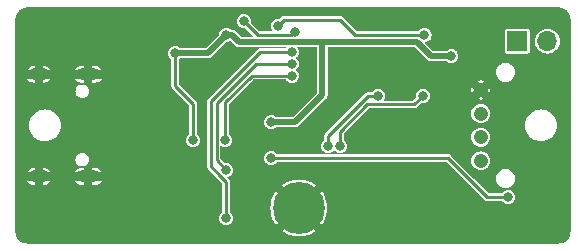
<source format=gbr>
%TF.GenerationSoftware,KiCad,Pcbnew,7.0.5*%
%TF.CreationDate,2024-01-08T00:08:42+01:00*%
%TF.ProjectId,can-usb-dongle,63616e2d-7573-4622-9d64-6f6e676c652e,rev?*%
%TF.SameCoordinates,Original*%
%TF.FileFunction,Copper,L2,Bot*%
%TF.FilePolarity,Positive*%
%FSLAX46Y46*%
G04 Gerber Fmt 4.6, Leading zero omitted, Abs format (unit mm)*
G04 Created by KiCad (PCBNEW 7.0.5) date 2024-01-08 00:08:42*
%MOMM*%
%LPD*%
G01*
G04 APERTURE LIST*
%TA.AperFunction,ComponentPad*%
%ADD10C,1.208000*%
%TD*%
%TA.AperFunction,ComponentPad*%
%ADD11O,2.100000X1.000000*%
%TD*%
%TA.AperFunction,ComponentPad*%
%ADD12O,1.800000X1.000000*%
%TD*%
%TA.AperFunction,ComponentPad*%
%ADD13R,1.700000X1.700000*%
%TD*%
%TA.AperFunction,ComponentPad*%
%ADD14O,1.700000X1.700000*%
%TD*%
%TA.AperFunction,ComponentPad*%
%ADD15C,4.400000*%
%TD*%
%TA.AperFunction,ViaPad*%
%ADD16C,0.800000*%
%TD*%
%TA.AperFunction,Conductor*%
%ADD17C,0.500000*%
%TD*%
%TA.AperFunction,Conductor*%
%ADD18C,0.250000*%
%TD*%
G04 APERTURE END LIST*
D10*
%TO.P,J2,1,Pin_1*%
%TO.N,Net-(J2-Pin_1)*%
X59392000Y-43000000D03*
%TO.P,J2,2,Pin_2*%
%TO.N,/CANH*%
X59392000Y-41000000D03*
%TO.P,J2,3,Pin_3*%
%TO.N,/CANL*%
X59392000Y-39000000D03*
%TO.P,J2,4,Pin_4*%
%TO.N,GND*%
X59392000Y-37000000D03*
%TD*%
D11*
%TO.P,J1,S1,SHIELD*%
%TO.N,GND*%
X26162000Y-35680000D03*
D12*
X21982000Y-35680000D03*
D11*
X26162000Y-44320000D03*
D12*
X21982000Y-44320000D03*
%TD*%
D13*
%TO.P,JP1,1,A*%
%TO.N,+5V*%
X62499000Y-32860000D03*
D14*
%TO.P,JP1,2,B*%
%TO.N,Net-(J2-Pin_1)*%
X65039000Y-32860000D03*
%TD*%
D15*
%TO.P,H1,1,1*%
%TO.N,GND*%
X44000000Y-47000000D03*
%TD*%
D16*
%TO.N,+3.3V*%
X41656000Y-39718000D03*
X35039000Y-41242000D03*
X56896000Y-34130000D03*
X37835604Y-32334300D03*
X33528000Y-33876000D03*
%TO.N,GND*%
X28500000Y-42100000D03*
X35052000Y-35400000D03*
X50292000Y-31423500D03*
X41148000Y-36924000D03*
X34798000Y-36416000D03*
X61722000Y-42512000D03*
X62992000Y-34892000D03*
X66294000Y-36416000D03*
X31750000Y-34638000D03*
X25190057Y-32541672D03*
X48260000Y-37940000D03*
X20828000Y-36924000D03*
X47244000Y-37940000D03*
X44704000Y-41496000D03*
X50546000Y-34384000D03*
X47752000Y-43490500D03*
X48260000Y-35654000D03*
X32258000Y-31844000D03*
X32258000Y-40226000D03*
X65786000Y-30828000D03*
X20574000Y-43020000D03*
X29321850Y-38366711D03*
X44704000Y-35400000D03*
X55880000Y-38702000D03*
X53848000Y-34384000D03*
X57150000Y-44798000D03*
X52832000Y-44544000D03*
X36576000Y-46830000D03*
X28448000Y-49370000D03*
X56134000Y-35654000D03*
X57150000Y-31590000D03*
X37084000Y-31423500D03*
X46736000Y-39464000D03*
X66294000Y-42512000D03*
X39624000Y-44036000D03*
X33411147Y-49009308D03*
X22098000Y-49116000D03*
X32512000Y-36416000D03*
X60198000Y-48608000D03*
X38608000Y-34638000D03*
X40132000Y-36924000D03*
X27940000Y-35362500D03*
X55372000Y-48608000D03*
X42164000Y-38448000D03*
X30480000Y-39972000D03*
X33390825Y-46865327D03*
X48514000Y-41402000D03*
X50800000Y-39972000D03*
X38862000Y-39718000D03*
X42418000Y-41242000D03*
X62738000Y-49370000D03*
X23368000Y-33368000D03*
X43180000Y-42004000D03*
%TO.N,/EXT_RST*%
X43641500Y-32077500D03*
X39336889Y-31169291D03*
%TO.N,/~{RST}*%
X37750500Y-41242000D03*
X43434000Y-35782000D03*
%TO.N,/VCP_RX*%
X43387500Y-33776500D03*
X37846000Y-47852000D03*
%TO.N,/VCP_TX*%
X43434000Y-34775583D03*
X37846000Y-43782000D03*
%TO.N,/CAN_TX*%
X54503000Y-37497000D03*
X47494051Y-41762548D03*
%TO.N,/CAN_RX*%
X46482000Y-41750000D03*
X50693000Y-37497000D03*
%TO.N,/BOOT0*%
X41656000Y-42766000D03*
X61722000Y-46068000D03*
%TO.N,Net-(D2-A)*%
X42217310Y-31587369D03*
X54630000Y-32352000D03*
%TD*%
D17*
%TO.N,+3.3V*%
X37835604Y-32334300D02*
X36293904Y-33876000D01*
X38929000Y-32927000D02*
X54002918Y-32927000D01*
X45974000Y-32927000D02*
X44450000Y-32927000D01*
X55205918Y-34130000D02*
X56896000Y-34130000D01*
X43688000Y-39718000D02*
X45974000Y-37432000D01*
X41656000Y-39718000D02*
X43688000Y-39718000D01*
X45974000Y-37432000D02*
X45974000Y-32927000D01*
X37835604Y-32334300D02*
X38336300Y-32334300D01*
X36293904Y-33876000D02*
X33528000Y-33876000D01*
D18*
X33528000Y-36657000D02*
X33528000Y-33876000D01*
X35039000Y-41242000D02*
X35039000Y-38168000D01*
X35039000Y-38168000D02*
X33528000Y-36657000D01*
D17*
X54002918Y-32927000D02*
X55205918Y-34130000D01*
X38336300Y-32334300D02*
X38929000Y-32927000D01*
D18*
%TO.N,/EXT_RST*%
X40519598Y-32352000D02*
X43367000Y-32352000D01*
X39336889Y-31169291D02*
X40519598Y-32352000D01*
X43367000Y-32352000D02*
X43641500Y-32077500D01*
%TO.N,/~{RST}*%
X43434000Y-35782000D02*
X40006792Y-35782000D01*
X40006792Y-35782000D02*
X37750500Y-38038292D01*
X37750500Y-38038292D02*
X37750500Y-41242000D01*
%TO.N,/VCP_RX*%
X40739500Y-33776500D02*
X36576000Y-37940000D01*
X37121000Y-44063695D02*
X37121000Y-44082305D01*
X37846000Y-44788695D02*
X37846000Y-47852000D01*
X37564305Y-44507000D02*
X37846000Y-44788695D01*
X37545695Y-44507000D02*
X37564305Y-44507000D01*
X36576000Y-37940000D02*
X36576000Y-43518695D01*
X37121000Y-44082305D02*
X37545695Y-44507000D01*
X43387500Y-33776500D02*
X40739500Y-33776500D01*
X36576000Y-43518695D02*
X37121000Y-44063695D01*
%TO.N,/VCP_TX*%
X40376813Y-34775583D02*
X37026000Y-38126396D01*
X43434000Y-34775583D02*
X40376813Y-34775583D01*
X37026000Y-38126396D02*
X37026000Y-42962000D01*
X37026000Y-42962000D02*
X37846000Y-43782000D01*
%TO.N,/CAN_TX*%
X47494051Y-41762548D02*
X47494051Y-40518345D01*
X53778000Y-38222000D02*
X54503000Y-37497000D01*
X49790396Y-38222000D02*
X53778000Y-38222000D01*
X47494051Y-40518345D02*
X49790396Y-38222000D01*
%TO.N,/CAN_RX*%
X46482000Y-41750000D02*
X46482000Y-40894000D01*
X46482000Y-40894000D02*
X49879000Y-37497000D01*
X49879000Y-37497000D02*
X50693000Y-37497000D01*
%TO.N,/BOOT0*%
X59944000Y-46068000D02*
X61722000Y-46068000D01*
X41656000Y-42766000D02*
X56642000Y-42766000D01*
X56642000Y-42766000D02*
X59944000Y-46068000D01*
%TO.N,Net-(D2-A)*%
X42217310Y-31587369D02*
X42722679Y-31082000D01*
X48765673Y-32352000D02*
X54630000Y-32352000D01*
X47495673Y-31082000D02*
X48765673Y-32352000D01*
X42722679Y-31082000D02*
X47495673Y-31082000D01*
%TD*%
%TA.AperFunction,Conductor*%
%TO.N,GND*%
G36*
X66000518Y-30000546D02*
G01*
X66042616Y-30004228D01*
X66045495Y-30004480D01*
X66179937Y-30017722D01*
X66183759Y-30018417D01*
X66258191Y-30038361D01*
X66258438Y-30038431D01*
X66358367Y-30068743D01*
X66361535Y-30069957D01*
X66436628Y-30104973D01*
X66437187Y-30105253D01*
X66524982Y-30152180D01*
X66526202Y-30152930D01*
X66596405Y-30202087D01*
X66597127Y-30202635D01*
X66672714Y-30264667D01*
X66673570Y-30265444D01*
X66734554Y-30326428D01*
X66735334Y-30327287D01*
X66797357Y-30402863D01*
X66797911Y-30403593D01*
X66847068Y-30473796D01*
X66847822Y-30475023D01*
X66894742Y-30562805D01*
X66895035Y-30563391D01*
X66930040Y-30638460D01*
X66931256Y-30641636D01*
X66961549Y-30741497D01*
X66961656Y-30741875D01*
X66981577Y-30816220D01*
X66982279Y-30820080D01*
X66995515Y-30954478D01*
X66999454Y-30999481D01*
X66999500Y-31000528D01*
X66999500Y-48999471D01*
X66999454Y-49000518D01*
X66995515Y-49045520D01*
X66982279Y-49179918D01*
X66981577Y-49183778D01*
X66961656Y-49258123D01*
X66961549Y-49258501D01*
X66931256Y-49358362D01*
X66930040Y-49361538D01*
X66895035Y-49436607D01*
X66894742Y-49437193D01*
X66847822Y-49524975D01*
X66847068Y-49526202D01*
X66797911Y-49596405D01*
X66797357Y-49597135D01*
X66735346Y-49672697D01*
X66734554Y-49673570D01*
X66673570Y-49734554D01*
X66672697Y-49735346D01*
X66597135Y-49797357D01*
X66596405Y-49797911D01*
X66526202Y-49847068D01*
X66524975Y-49847822D01*
X66437193Y-49894742D01*
X66436607Y-49895035D01*
X66361538Y-49930040D01*
X66358362Y-49931256D01*
X66258501Y-49961549D01*
X66258123Y-49961656D01*
X66183778Y-49981577D01*
X66179918Y-49982279D01*
X66045520Y-49995515D01*
X66000519Y-49999454D01*
X65999472Y-49999500D01*
X21000528Y-49999500D01*
X20999481Y-49999454D01*
X20954478Y-49995515D01*
X20820080Y-49982279D01*
X20816221Y-49981577D01*
X20799499Y-49977096D01*
X20741875Y-49961656D01*
X20741497Y-49961549D01*
X20641636Y-49931256D01*
X20638460Y-49930040D01*
X20563391Y-49895035D01*
X20562805Y-49894742D01*
X20475023Y-49847822D01*
X20473796Y-49847068D01*
X20403593Y-49797911D01*
X20402863Y-49797357D01*
X20327287Y-49735334D01*
X20326428Y-49734554D01*
X20265444Y-49673570D01*
X20264667Y-49672714D01*
X20202635Y-49597127D01*
X20202087Y-49596405D01*
X20152930Y-49526202D01*
X20152180Y-49524982D01*
X20105253Y-49437187D01*
X20104973Y-49436628D01*
X20069957Y-49361535D01*
X20068742Y-49358362D01*
X20038431Y-49258438D01*
X20038361Y-49258191D01*
X20018417Y-49183759D01*
X20017722Y-49179937D01*
X20004480Y-49045491D01*
X20000546Y-49000518D01*
X20000500Y-48999472D01*
X20000500Y-44670000D01*
X20975141Y-44670000D01*
X21001677Y-44720561D01*
X21001683Y-44720570D01*
X21114402Y-44847803D01*
X21254306Y-44944372D01*
X21254310Y-44944374D01*
X21413247Y-45004650D01*
X21539659Y-45019999D01*
X21539667Y-45020000D01*
X21631999Y-45020000D01*
X21632000Y-45019999D01*
X22332000Y-45019999D01*
X22332001Y-45020000D01*
X22424333Y-45020000D01*
X22424340Y-45019999D01*
X22550752Y-45004650D01*
X22709689Y-44944374D01*
X22709693Y-44944372D01*
X22849597Y-44847803D01*
X22962316Y-44720570D01*
X22962322Y-44720561D01*
X22988859Y-44670000D01*
X25005141Y-44670000D01*
X25031677Y-44720561D01*
X25031683Y-44720570D01*
X25144402Y-44847803D01*
X25284306Y-44944372D01*
X25284310Y-44944374D01*
X25443247Y-45004650D01*
X25569659Y-45019999D01*
X25569667Y-45020000D01*
X25811999Y-45020000D01*
X25812000Y-45019999D01*
X26512000Y-45019999D01*
X26512001Y-45020000D01*
X26754333Y-45020000D01*
X26754340Y-45019999D01*
X26880752Y-45004650D01*
X27039689Y-44944374D01*
X27039693Y-44944372D01*
X27179597Y-44847803D01*
X27292316Y-44720570D01*
X27292322Y-44720561D01*
X27318859Y-44670000D01*
X26512001Y-44670000D01*
X26512000Y-44670001D01*
X26512000Y-45019999D01*
X25812000Y-45019999D01*
X25812000Y-44670001D01*
X25811999Y-44670000D01*
X25005141Y-44670000D01*
X22988859Y-44670000D01*
X22332001Y-44670000D01*
X22332000Y-44670001D01*
X22332000Y-45019999D01*
X21632000Y-45019999D01*
X21632000Y-44670001D01*
X21631999Y-44670000D01*
X20975141Y-44670000D01*
X20000500Y-44670000D01*
X20000500Y-44291840D01*
X21278105Y-44291840D01*
X21288454Y-44403521D01*
X21338448Y-44503922D01*
X21421334Y-44579484D01*
X21525920Y-44620000D01*
X22409802Y-44620000D01*
X22492250Y-44604588D01*
X22587610Y-44545543D01*
X22655201Y-44456038D01*
X22685895Y-44348160D01*
X22680676Y-44291840D01*
X25308105Y-44291840D01*
X25318454Y-44403521D01*
X25368448Y-44503922D01*
X25451334Y-44579484D01*
X25555920Y-44620000D01*
X26739802Y-44620000D01*
X26822250Y-44604588D01*
X26917610Y-44545543D01*
X26985201Y-44456038D01*
X27015895Y-44348160D01*
X27005546Y-44236479D01*
X26955552Y-44136078D01*
X26872666Y-44060516D01*
X26768080Y-44020000D01*
X25584198Y-44020000D01*
X25501750Y-44035412D01*
X25406390Y-44094457D01*
X25338799Y-44183962D01*
X25308105Y-44291840D01*
X22680676Y-44291840D01*
X22675546Y-44236479D01*
X22625552Y-44136078D01*
X22542666Y-44060516D01*
X22438080Y-44020000D01*
X21554198Y-44020000D01*
X21471750Y-44035412D01*
X21376390Y-44094457D01*
X21308799Y-44183962D01*
X21278105Y-44291840D01*
X20000500Y-44291840D01*
X20000500Y-43969999D01*
X20975141Y-43969999D01*
X20975142Y-43970000D01*
X21631999Y-43970000D01*
X21632000Y-43969999D01*
X21632000Y-43620001D01*
X21631999Y-43620000D01*
X22332000Y-43620000D01*
X22332000Y-43969999D01*
X22332001Y-43970000D01*
X22988858Y-43970000D01*
X22988858Y-43969999D01*
X25005141Y-43969999D01*
X25005142Y-43970000D01*
X25811999Y-43970000D01*
X25812000Y-43969999D01*
X25812000Y-43620001D01*
X25811999Y-43620000D01*
X26512000Y-43620000D01*
X26512000Y-43969999D01*
X26512001Y-43970000D01*
X27318858Y-43970000D01*
X27318858Y-43969999D01*
X27292322Y-43919438D01*
X27292316Y-43919429D01*
X27179597Y-43792196D01*
X27039693Y-43695627D01*
X27039689Y-43695625D01*
X26880752Y-43635349D01*
X26754340Y-43620000D01*
X26512000Y-43620000D01*
X25811999Y-43620000D01*
X25569659Y-43620000D01*
X25443247Y-43635349D01*
X25284310Y-43695625D01*
X25284306Y-43695627D01*
X25144402Y-43792196D01*
X25031683Y-43919429D01*
X25031677Y-43919438D01*
X25005141Y-43969999D01*
X22988858Y-43969999D01*
X22962322Y-43919438D01*
X22962316Y-43919429D01*
X22849597Y-43792196D01*
X22709693Y-43695627D01*
X22709689Y-43695625D01*
X22550752Y-43635349D01*
X22424340Y-43620000D01*
X22332000Y-43620000D01*
X21631999Y-43620000D01*
X21539659Y-43620000D01*
X21413247Y-43635349D01*
X21254310Y-43695625D01*
X21254306Y-43695627D01*
X21114402Y-43792196D01*
X21001683Y-43919429D01*
X21001677Y-43919438D01*
X20975141Y-43969999D01*
X20000500Y-43969999D01*
X20000500Y-42890000D01*
X25081534Y-42890000D01*
X25101313Y-43040237D01*
X25101314Y-43040241D01*
X25159299Y-43180227D01*
X25159305Y-43180238D01*
X25251543Y-43300444D01*
X25251545Y-43300446D01*
X25251549Y-43300451D01*
X25251553Y-43300454D01*
X25251555Y-43300456D01*
X25371761Y-43392694D01*
X25371763Y-43392695D01*
X25371767Y-43392698D01*
X25371772Y-43392700D01*
X25511758Y-43450685D01*
X25511760Y-43450685D01*
X25511764Y-43450687D01*
X25624280Y-43465500D01*
X25624284Y-43465500D01*
X25699716Y-43465500D01*
X25699720Y-43465500D01*
X25812236Y-43450687D01*
X25952233Y-43392698D01*
X26072451Y-43300451D01*
X26164698Y-43180233D01*
X26222687Y-43040236D01*
X26242466Y-42890000D01*
X26222687Y-42739764D01*
X26164698Y-42599767D01*
X26164695Y-42599763D01*
X26164694Y-42599761D01*
X26072456Y-42479555D01*
X26072454Y-42479553D01*
X26072451Y-42479549D01*
X26072446Y-42479545D01*
X26072444Y-42479543D01*
X25952238Y-42387305D01*
X25952234Y-42387302D01*
X25952233Y-42387302D01*
X25952230Y-42387301D01*
X25952227Y-42387299D01*
X25812241Y-42329314D01*
X25812237Y-42329313D01*
X25789732Y-42326350D01*
X25699720Y-42314500D01*
X25624280Y-42314500D01*
X25549269Y-42324375D01*
X25511762Y-42329313D01*
X25511758Y-42329314D01*
X25371772Y-42387299D01*
X25371761Y-42387305D01*
X25251555Y-42479543D01*
X25251543Y-42479555D01*
X25159305Y-42599761D01*
X25159299Y-42599772D01*
X25101314Y-42739758D01*
X25101313Y-42739762D01*
X25081534Y-42890000D01*
X20000500Y-42890000D01*
X20000500Y-40000000D01*
X21144341Y-40000000D01*
X21164937Y-40235409D01*
X21226096Y-40463662D01*
X21325961Y-40677822D01*
X21325962Y-40677823D01*
X21325965Y-40677829D01*
X21461505Y-40871401D01*
X21628599Y-41038495D01*
X21822171Y-41174035D01*
X21822176Y-41174037D01*
X21822177Y-41174038D01*
X21944364Y-41231015D01*
X22036337Y-41273903D01*
X22264592Y-41335063D01*
X22441034Y-41350500D01*
X22441042Y-41350500D01*
X22558958Y-41350500D01*
X22558966Y-41350500D01*
X22735408Y-41335063D01*
X22963663Y-41273903D01*
X23177829Y-41174035D01*
X23371401Y-41038495D01*
X23538495Y-40871401D01*
X23674035Y-40677830D01*
X23773903Y-40463663D01*
X23835063Y-40235408D01*
X23855659Y-40000000D01*
X23835063Y-39764592D01*
X23773903Y-39536337D01*
X23759184Y-39504772D01*
X23674038Y-39322177D01*
X23674037Y-39322176D01*
X23674035Y-39322171D01*
X23538495Y-39128599D01*
X23371401Y-38961505D01*
X23177829Y-38825965D01*
X23177825Y-38825963D01*
X23177822Y-38825961D01*
X22963662Y-38726096D01*
X22735408Y-38664937D01*
X22735410Y-38664937D01*
X22700119Y-38661849D01*
X22558966Y-38649500D01*
X22441034Y-38649500D01*
X22299880Y-38661849D01*
X22264590Y-38664937D01*
X22036337Y-38726096D01*
X21822177Y-38825961D01*
X21628598Y-38961505D01*
X21461505Y-39128598D01*
X21325961Y-39322176D01*
X21226096Y-39536337D01*
X21164937Y-39764590D01*
X21144341Y-40000000D01*
X20000500Y-40000000D01*
X20000500Y-37109999D01*
X25081534Y-37109999D01*
X25101313Y-37260237D01*
X25101314Y-37260241D01*
X25159299Y-37400227D01*
X25159305Y-37400238D01*
X25251543Y-37520444D01*
X25251545Y-37520446D01*
X25251549Y-37520451D01*
X25251553Y-37520454D01*
X25251555Y-37520456D01*
X25371761Y-37612694D01*
X25371763Y-37612695D01*
X25371767Y-37612698D01*
X25371772Y-37612700D01*
X25511758Y-37670685D01*
X25511760Y-37670685D01*
X25511764Y-37670687D01*
X25624280Y-37685500D01*
X25624284Y-37685500D01*
X25699716Y-37685500D01*
X25699720Y-37685500D01*
X25812236Y-37670687D01*
X25952233Y-37612698D01*
X26072451Y-37520451D01*
X26164698Y-37400233D01*
X26222687Y-37260236D01*
X26242466Y-37110000D01*
X26222687Y-36959764D01*
X26196929Y-36897580D01*
X26164779Y-36819962D01*
X26164698Y-36819767D01*
X26164695Y-36819763D01*
X26164694Y-36819761D01*
X26072456Y-36699555D01*
X26072454Y-36699553D01*
X26072451Y-36699549D01*
X26072446Y-36699545D01*
X26072444Y-36699543D01*
X25952238Y-36607305D01*
X25952234Y-36607302D01*
X25952233Y-36607302D01*
X25952230Y-36607301D01*
X25952227Y-36607299D01*
X25812241Y-36549314D01*
X25812237Y-36549313D01*
X25789732Y-36546350D01*
X25699720Y-36534500D01*
X25624280Y-36534500D01*
X25549269Y-36544375D01*
X25511762Y-36549313D01*
X25511758Y-36549314D01*
X25371772Y-36607299D01*
X25371761Y-36607305D01*
X25251555Y-36699543D01*
X25251543Y-36699555D01*
X25159305Y-36819761D01*
X25159299Y-36819772D01*
X25101314Y-36959758D01*
X25101313Y-36959762D01*
X25081534Y-37109999D01*
X20000500Y-37109999D01*
X20000500Y-36030000D01*
X20975141Y-36030000D01*
X21001677Y-36080561D01*
X21001683Y-36080570D01*
X21114402Y-36207803D01*
X21254306Y-36304372D01*
X21254310Y-36304374D01*
X21413247Y-36364650D01*
X21539659Y-36379999D01*
X21539667Y-36380000D01*
X21631999Y-36380000D01*
X21632000Y-36379999D01*
X22332000Y-36379999D01*
X22332001Y-36380000D01*
X22424333Y-36380000D01*
X22424340Y-36379999D01*
X22550752Y-36364650D01*
X22709689Y-36304374D01*
X22709693Y-36304372D01*
X22849597Y-36207803D01*
X22962316Y-36080570D01*
X22962322Y-36080561D01*
X22988859Y-36030000D01*
X25005141Y-36030000D01*
X25031677Y-36080561D01*
X25031683Y-36080570D01*
X25144402Y-36207803D01*
X25284306Y-36304372D01*
X25284310Y-36304374D01*
X25443247Y-36364650D01*
X25569659Y-36379999D01*
X25569667Y-36380000D01*
X25811999Y-36380000D01*
X25812000Y-36379999D01*
X26512000Y-36379999D01*
X26512001Y-36380000D01*
X26754333Y-36380000D01*
X26754340Y-36379999D01*
X26880752Y-36364650D01*
X27039689Y-36304374D01*
X27039693Y-36304372D01*
X27179597Y-36207803D01*
X27292316Y-36080570D01*
X27292322Y-36080561D01*
X27318859Y-36030000D01*
X26512001Y-36030000D01*
X26512000Y-36030001D01*
X26512000Y-36379999D01*
X25812000Y-36379999D01*
X25812000Y-36030001D01*
X25811999Y-36030000D01*
X25005141Y-36030000D01*
X22988859Y-36030000D01*
X22332001Y-36030000D01*
X22332000Y-36030001D01*
X22332000Y-36379999D01*
X21632000Y-36379999D01*
X21632000Y-36030001D01*
X21631999Y-36030000D01*
X20975141Y-36030000D01*
X20000500Y-36030000D01*
X20000500Y-35651840D01*
X21278105Y-35651840D01*
X21288454Y-35763521D01*
X21338448Y-35863922D01*
X21421334Y-35939484D01*
X21525920Y-35980000D01*
X22409802Y-35980000D01*
X22492250Y-35964588D01*
X22587610Y-35905543D01*
X22655201Y-35816038D01*
X22685895Y-35708160D01*
X22680676Y-35651840D01*
X25308105Y-35651840D01*
X25318454Y-35763521D01*
X25368448Y-35863922D01*
X25451334Y-35939484D01*
X25555920Y-35980000D01*
X26739802Y-35980000D01*
X26822250Y-35964588D01*
X26917610Y-35905543D01*
X26985201Y-35816038D01*
X27015895Y-35708160D01*
X27005546Y-35596479D01*
X26955552Y-35496078D01*
X26872666Y-35420516D01*
X26768080Y-35380000D01*
X25584198Y-35380000D01*
X25501750Y-35395412D01*
X25406390Y-35454457D01*
X25338799Y-35543962D01*
X25308105Y-35651840D01*
X22680676Y-35651840D01*
X22675546Y-35596479D01*
X22625552Y-35496078D01*
X22542666Y-35420516D01*
X22438080Y-35380000D01*
X21554198Y-35380000D01*
X21471750Y-35395412D01*
X21376390Y-35454457D01*
X21308799Y-35543962D01*
X21278105Y-35651840D01*
X20000500Y-35651840D01*
X20000500Y-35329999D01*
X20975141Y-35329999D01*
X20975142Y-35330000D01*
X21631999Y-35330000D01*
X21632000Y-35329999D01*
X21632000Y-34980001D01*
X21631999Y-34980000D01*
X22332000Y-34980000D01*
X22332000Y-35329999D01*
X22332001Y-35330000D01*
X22988858Y-35330000D01*
X22988858Y-35329999D01*
X25005141Y-35329999D01*
X25005142Y-35330000D01*
X25811999Y-35330000D01*
X25812000Y-35329999D01*
X25812000Y-34980001D01*
X25811999Y-34980000D01*
X26512000Y-34980000D01*
X26512000Y-35329999D01*
X26512001Y-35330000D01*
X27318858Y-35330000D01*
X27318858Y-35329999D01*
X27292322Y-35279438D01*
X27292316Y-35279429D01*
X27179597Y-35152196D01*
X27039693Y-35055627D01*
X27039689Y-35055625D01*
X26880752Y-34995349D01*
X26754340Y-34980000D01*
X26512000Y-34980000D01*
X25811999Y-34980000D01*
X25569659Y-34980000D01*
X25443247Y-34995349D01*
X25284310Y-35055625D01*
X25284306Y-35055627D01*
X25144402Y-35152196D01*
X25031683Y-35279429D01*
X25031677Y-35279438D01*
X25005141Y-35329999D01*
X22988858Y-35329999D01*
X22962322Y-35279438D01*
X22962316Y-35279429D01*
X22849597Y-35152196D01*
X22709693Y-35055627D01*
X22709689Y-35055625D01*
X22550752Y-34995349D01*
X22424340Y-34980000D01*
X22332000Y-34980000D01*
X21631999Y-34980000D01*
X21539659Y-34980000D01*
X21413247Y-34995349D01*
X21254310Y-35055625D01*
X21254306Y-35055627D01*
X21114402Y-35152196D01*
X21001683Y-35279429D01*
X21001677Y-35279438D01*
X20975141Y-35329999D01*
X20000500Y-35329999D01*
X20000500Y-33876000D01*
X32922318Y-33876000D01*
X32926860Y-33910499D01*
X32942956Y-34032763D01*
X32942957Y-34032767D01*
X33003461Y-34178835D01*
X33003464Y-34178841D01*
X33099718Y-34304282D01*
X33193110Y-34375944D01*
X33202295Y-34391851D01*
X33202500Y-34394984D01*
X33202499Y-36642258D01*
X33202453Y-36643304D01*
X33198735Y-36685806D01*
X33198736Y-36685807D01*
X33209778Y-36727017D01*
X33210004Y-36728040D01*
X33217411Y-36770043D01*
X33223102Y-36779902D01*
X33225499Y-36785689D01*
X33228444Y-36796681D01*
X33228445Y-36796682D01*
X33252916Y-36831632D01*
X33253479Y-36832516D01*
X33274804Y-36869453D01*
X33307481Y-36896873D01*
X33308253Y-36897580D01*
X34706471Y-38295796D01*
X34713500Y-38312767D01*
X34713500Y-40723015D01*
X34706471Y-40739986D01*
X34704110Y-40742055D01*
X34610724Y-40813712D01*
X34610716Y-40813720D01*
X34514464Y-40939158D01*
X34514461Y-40939164D01*
X34453957Y-41085232D01*
X34453956Y-41085236D01*
X34433318Y-41242000D01*
X34453956Y-41398763D01*
X34453957Y-41398767D01*
X34514461Y-41544835D01*
X34514464Y-41544841D01*
X34610718Y-41670282D01*
X34736159Y-41766536D01*
X34736164Y-41766538D01*
X34882232Y-41827042D01*
X34882234Y-41827042D01*
X34882238Y-41827044D01*
X35039000Y-41847682D01*
X35195762Y-41827044D01*
X35341841Y-41766536D01*
X35467282Y-41670282D01*
X35563536Y-41544841D01*
X35624044Y-41398762D01*
X35644682Y-41242000D01*
X35624044Y-41085238D01*
X35604795Y-41038768D01*
X35563538Y-40939164D01*
X35563535Y-40939158D01*
X35467282Y-40813718D01*
X35467277Y-40813714D01*
X35467275Y-40813712D01*
X35373890Y-40742055D01*
X35364705Y-40726148D01*
X35364500Y-40723015D01*
X35364500Y-38182740D01*
X35364546Y-38181694D01*
X35368264Y-38139192D01*
X35368263Y-38139190D01*
X35357216Y-38097964D01*
X35356997Y-38096977D01*
X35349588Y-38054955D01*
X35343895Y-38045096D01*
X35341499Y-38039310D01*
X35338554Y-38028316D01*
X35314087Y-37993373D01*
X35313524Y-37992490D01*
X35292194Y-37955545D01*
X35259517Y-37928125D01*
X35258745Y-37927418D01*
X33860529Y-36529203D01*
X33853500Y-36512232D01*
X33853500Y-34394984D01*
X33860529Y-34378013D01*
X33862882Y-34375949D01*
X33920864Y-34331458D01*
X33935474Y-34326500D01*
X36267929Y-34326500D01*
X36269263Y-34326574D01*
X36310939Y-34331270D01*
X36369177Y-34320249D01*
X36369557Y-34320184D01*
X36428191Y-34311348D01*
X36433079Y-34308993D01*
X36439033Y-34307033D01*
X36444376Y-34306023D01*
X36496801Y-34278314D01*
X36497171Y-34278128D01*
X36550546Y-34252425D01*
X36554530Y-34248727D01*
X36559637Y-34245105D01*
X36564442Y-34242566D01*
X36606374Y-34200632D01*
X36606639Y-34200377D01*
X36650098Y-34160055D01*
X36652814Y-34155348D01*
X36656622Y-34150384D01*
X37866029Y-32940977D01*
X37879864Y-32934154D01*
X37992366Y-32919344D01*
X38095709Y-32876538D01*
X38138443Y-32858837D01*
X38138443Y-32858836D01*
X38138445Y-32858836D01*
X38170002Y-32834620D01*
X38187746Y-32829865D01*
X38201585Y-32836689D01*
X38592086Y-33227191D01*
X38592983Y-33228195D01*
X38619120Y-33260969D01*
X38619124Y-33260972D01*
X38668083Y-33294352D01*
X38668450Y-33294612D01*
X38716117Y-33329793D01*
X38721243Y-33331586D01*
X38726832Y-33334407D01*
X38731327Y-33337472D01*
X38787998Y-33354951D01*
X38788354Y-33355069D01*
X38844300Y-33374646D01*
X38844299Y-33374646D01*
X38844579Y-33374656D01*
X38849727Y-33374848D01*
X38855905Y-33375898D01*
X38861097Y-33377500D01*
X38861098Y-33377500D01*
X38920354Y-33377500D01*
X38920772Y-33377507D01*
X38980010Y-33379724D01*
X38983987Y-33378658D01*
X38985258Y-33378318D01*
X38991470Y-33377500D01*
X42888082Y-33377500D01*
X42905053Y-33384529D01*
X42912082Y-33401500D01*
X42907122Y-33416110D01*
X42887555Y-33441610D01*
X42871648Y-33450795D01*
X42868515Y-33451000D01*
X40754235Y-33451000D01*
X40753189Y-33450954D01*
X40710693Y-33447237D01*
X40710689Y-33447237D01*
X40669488Y-33458277D01*
X40668465Y-33458503D01*
X40626455Y-33465911D01*
X40626451Y-33465912D01*
X40616596Y-33471602D01*
X40610811Y-33473999D01*
X40599817Y-33476945D01*
X40599814Y-33476946D01*
X40564867Y-33501415D01*
X40563985Y-33501978D01*
X40527046Y-33523303D01*
X40527046Y-33523304D01*
X40499630Y-33555975D01*
X40498923Y-33556747D01*
X36356251Y-37699420D01*
X36355480Y-37700127D01*
X36322805Y-37727546D01*
X36322801Y-37727550D01*
X36301476Y-37764488D01*
X36300913Y-37765370D01*
X36276446Y-37800314D01*
X36276445Y-37800317D01*
X36273499Y-37811311D01*
X36271102Y-37817096D01*
X36265412Y-37826951D01*
X36265411Y-37826955D01*
X36258004Y-37868959D01*
X36257778Y-37869981D01*
X36246736Y-37911189D01*
X36246736Y-37911193D01*
X36250454Y-37953694D01*
X36250500Y-37954740D01*
X36250500Y-43503953D01*
X36250454Y-43504999D01*
X36246736Y-43547501D01*
X36246736Y-43547502D01*
X36257778Y-43588712D01*
X36258004Y-43589735D01*
X36265411Y-43631738D01*
X36271102Y-43641597D01*
X36273499Y-43647384D01*
X36276444Y-43658376D01*
X36276445Y-43658377D01*
X36300916Y-43693327D01*
X36301476Y-43694206D01*
X36305974Y-43701996D01*
X36322804Y-43731148D01*
X36355481Y-43758568D01*
X36356253Y-43759275D01*
X36825751Y-44228773D01*
X36828440Y-44231979D01*
X36845916Y-44256938D01*
X36846479Y-44257822D01*
X36867804Y-44294758D01*
X36900481Y-44322178D01*
X36901253Y-44322885D01*
X37305120Y-44726753D01*
X37305827Y-44727525D01*
X37316225Y-44739916D01*
X37333240Y-44760194D01*
X37370191Y-44781527D01*
X37371063Y-44782083D01*
X37378328Y-44787169D01*
X37396024Y-44799561D01*
X37399228Y-44802249D01*
X37513470Y-44916490D01*
X37520500Y-44933461D01*
X37520499Y-47333015D01*
X37513470Y-47349986D01*
X37511109Y-47352055D01*
X37417725Y-47423711D01*
X37417716Y-47423720D01*
X37321464Y-47549158D01*
X37321461Y-47549164D01*
X37260957Y-47695232D01*
X37260956Y-47695236D01*
X37240318Y-47852000D01*
X37260956Y-48008763D01*
X37260957Y-48008767D01*
X37321461Y-48154835D01*
X37321464Y-48154841D01*
X37417718Y-48280282D01*
X37543159Y-48376536D01*
X37543164Y-48376538D01*
X37689232Y-48437042D01*
X37689234Y-48437042D01*
X37689238Y-48437044D01*
X37846000Y-48457682D01*
X38002762Y-48437044D01*
X38148841Y-48376536D01*
X38274282Y-48280282D01*
X38370536Y-48154841D01*
X38431044Y-48008762D01*
X38451682Y-47852000D01*
X38431044Y-47695238D01*
X38408563Y-47640965D01*
X38370538Y-47549164D01*
X38370535Y-47549158D01*
X38328959Y-47494975D01*
X38274282Y-47423718D01*
X38274277Y-47423714D01*
X38274275Y-47423712D01*
X38180890Y-47352055D01*
X38171705Y-47336148D01*
X38171500Y-47333015D01*
X38171500Y-47000000D01*
X41595255Y-47000000D01*
X41614217Y-47301395D01*
X41614217Y-47301396D01*
X41670801Y-47598023D01*
X41670806Y-47598043D01*
X41764122Y-47885240D01*
X41764123Y-47885242D01*
X41892705Y-48158493D01*
X42054518Y-48413472D01*
X42054521Y-48413476D01*
X42071284Y-48433738D01*
X43014659Y-47490362D01*
X43043038Y-47552502D01*
X43164894Y-47723624D01*
X43316932Y-47868592D01*
X43493658Y-47982167D01*
X43507332Y-47987641D01*
X42568475Y-48926499D01*
X42711462Y-49030385D01*
X42711479Y-49030397D01*
X42976096Y-49175871D01*
X42976107Y-49175877D01*
X43256888Y-49287045D01*
X43256897Y-49287048D01*
X43549389Y-49362148D01*
X43849009Y-49400000D01*
X44150991Y-49400000D01*
X44450610Y-49362148D01*
X44743102Y-49287048D01*
X44743111Y-49287045D01*
X45023892Y-49175877D01*
X45023903Y-49175871D01*
X45288520Y-49030397D01*
X45288537Y-49030385D01*
X45431523Y-48926499D01*
X44489991Y-47984967D01*
X44597410Y-47929589D01*
X44762540Y-47799729D01*
X44900110Y-47640965D01*
X44986429Y-47491453D01*
X45928714Y-48433738D01*
X45945475Y-48413481D01*
X45945477Y-48413477D01*
X46107294Y-48158493D01*
X46235876Y-47885242D01*
X46235877Y-47885240D01*
X46329193Y-47598043D01*
X46329198Y-47598023D01*
X46385782Y-47301396D01*
X46385782Y-47301395D01*
X46404744Y-47000000D01*
X46385782Y-46698604D01*
X46385782Y-46698603D01*
X46329198Y-46401976D01*
X46329193Y-46401956D01*
X46235877Y-46114759D01*
X46235876Y-46114757D01*
X46107294Y-45841506D01*
X45945481Y-45586527D01*
X45945478Y-45586523D01*
X45928714Y-45566260D01*
X44985338Y-46509635D01*
X44956962Y-46447498D01*
X44835106Y-46276376D01*
X44683068Y-46131408D01*
X44506342Y-46017833D01*
X44492664Y-46012357D01*
X45431523Y-45073499D01*
X45288537Y-44969614D01*
X45288520Y-44969602D01*
X45023903Y-44824128D01*
X45023892Y-44824122D01*
X44743111Y-44712954D01*
X44743102Y-44712951D01*
X44450610Y-44637851D01*
X44150991Y-44600000D01*
X43849009Y-44600000D01*
X43549389Y-44637851D01*
X43256897Y-44712951D01*
X43256888Y-44712954D01*
X42976107Y-44824122D01*
X42976096Y-44824128D01*
X42711479Y-44969602D01*
X42711462Y-44969614D01*
X42568475Y-45073499D01*
X43510008Y-46015032D01*
X43402590Y-46070411D01*
X43237460Y-46200271D01*
X43099890Y-46359035D01*
X43013570Y-46508546D01*
X42071284Y-45566260D01*
X42054521Y-45586523D01*
X42054518Y-45586527D01*
X41892705Y-45841506D01*
X41764123Y-46114757D01*
X41764122Y-46114759D01*
X41670806Y-46401956D01*
X41670801Y-46401976D01*
X41614217Y-46698603D01*
X41614217Y-46698604D01*
X41595255Y-47000000D01*
X38171500Y-47000000D01*
X38171500Y-44803435D01*
X38171546Y-44802389D01*
X38175264Y-44759887D01*
X38175263Y-44759885D01*
X38164728Y-44720570D01*
X38164216Y-44718659D01*
X38163997Y-44717672D01*
X38156588Y-44675650D01*
X38150895Y-44665791D01*
X38148499Y-44660005D01*
X38145554Y-44649011D01*
X38133557Y-44631878D01*
X38121087Y-44614068D01*
X38120524Y-44613185D01*
X38099194Y-44576240D01*
X38066517Y-44548820D01*
X38065745Y-44548113D01*
X37932825Y-44415194D01*
X37925796Y-44398223D01*
X37932825Y-44381252D01*
X37946661Y-44374429D01*
X38002762Y-44367044D01*
X38148841Y-44306536D01*
X38274282Y-44210282D01*
X38370536Y-44084841D01*
X38431044Y-43938762D01*
X38451682Y-43782000D01*
X38431044Y-43625238D01*
X38428874Y-43620000D01*
X38370538Y-43479164D01*
X38370535Y-43479158D01*
X38360055Y-43465500D01*
X38274282Y-43353718D01*
X38148841Y-43257464D01*
X38148835Y-43257461D01*
X38002767Y-43196957D01*
X38002763Y-43196956D01*
X37910876Y-43184859D01*
X37846000Y-43176318D01*
X37845999Y-43176318D01*
X37729288Y-43191683D01*
X37711546Y-43186928D01*
X37709185Y-43184859D01*
X37358529Y-42834203D01*
X37351500Y-42817232D01*
X37351500Y-42766000D01*
X41050318Y-42766000D01*
X41070956Y-42922763D01*
X41070957Y-42922767D01*
X41131461Y-43068835D01*
X41131464Y-43068841D01*
X41227718Y-43194282D01*
X41353159Y-43290536D01*
X41353164Y-43290538D01*
X41499232Y-43351042D01*
X41499234Y-43351042D01*
X41499238Y-43351044D01*
X41656000Y-43371682D01*
X41812762Y-43351044D01*
X41958841Y-43290536D01*
X42084282Y-43194282D01*
X42101619Y-43171687D01*
X42155945Y-43100890D01*
X42171852Y-43091705D01*
X42174985Y-43091500D01*
X56497232Y-43091500D01*
X56514203Y-43098529D01*
X59703425Y-46287753D01*
X59704132Y-46288525D01*
X59731545Y-46321194D01*
X59768486Y-46342522D01*
X59769370Y-46343085D01*
X59804316Y-46367554D01*
X59815310Y-46370499D01*
X59821096Y-46372895D01*
X59830955Y-46378588D01*
X59872985Y-46385998D01*
X59873971Y-46386217D01*
X59915190Y-46397262D01*
X59915192Y-46397263D01*
X59915192Y-46397262D01*
X59915193Y-46397263D01*
X59920019Y-46396840D01*
X59957688Y-46393546D01*
X59958734Y-46393500D01*
X61203015Y-46393500D01*
X61219986Y-46400529D01*
X61222055Y-46402890D01*
X61293712Y-46496275D01*
X61293714Y-46496277D01*
X61293718Y-46496282D01*
X61419159Y-46592536D01*
X61419164Y-46592538D01*
X61565232Y-46653042D01*
X61565234Y-46653042D01*
X61565238Y-46653044D01*
X61722000Y-46673682D01*
X61878762Y-46653044D01*
X62024841Y-46592536D01*
X62150282Y-46496282D01*
X62246536Y-46370841D01*
X62307044Y-46224762D01*
X62327682Y-46068000D01*
X62307044Y-45911238D01*
X62302389Y-45900000D01*
X62246538Y-45765164D01*
X62246535Y-45765158D01*
X62228992Y-45742295D01*
X62150282Y-45639718D01*
X62024841Y-45543464D01*
X62024835Y-45543461D01*
X61878767Y-45482957D01*
X61878763Y-45482956D01*
X61800380Y-45472637D01*
X61722000Y-45462318D01*
X61721999Y-45462318D01*
X61565236Y-45482956D01*
X61565232Y-45482957D01*
X61419164Y-45543461D01*
X61419158Y-45543464D01*
X61293720Y-45639716D01*
X61293712Y-45639724D01*
X61222055Y-45733110D01*
X61206148Y-45742295D01*
X61203015Y-45742500D01*
X60088769Y-45742500D01*
X60071798Y-45735471D01*
X58836328Y-44500001D01*
X60686435Y-44500001D01*
X60706632Y-44679255D01*
X60766210Y-44849521D01*
X60825811Y-44944374D01*
X60862184Y-45002262D01*
X60989738Y-45129816D01*
X61142478Y-45225789D01*
X61312745Y-45285368D01*
X61447046Y-45300500D01*
X61447055Y-45300500D01*
X61536945Y-45300500D01*
X61536954Y-45300500D01*
X61671255Y-45285368D01*
X61841522Y-45225789D01*
X61994262Y-45129816D01*
X62121816Y-45002262D01*
X62217789Y-44849522D01*
X62277368Y-44679255D01*
X62297565Y-44500000D01*
X62277368Y-44320745D01*
X62217789Y-44150478D01*
X62121816Y-43997738D01*
X61994262Y-43870184D01*
X61994261Y-43870183D01*
X61841521Y-43774210D01*
X61671255Y-43714632D01*
X61536955Y-43699500D01*
X61536954Y-43699500D01*
X61447046Y-43699500D01*
X61447044Y-43699500D01*
X61312744Y-43714632D01*
X61142478Y-43774210D01*
X60989738Y-43870183D01*
X60862183Y-43997738D01*
X60766210Y-44150478D01*
X60706632Y-44320744D01*
X60686435Y-44499998D01*
X60686435Y-44500001D01*
X58836328Y-44500001D01*
X57336328Y-43000001D01*
X58582409Y-43000001D01*
X58602707Y-43180151D01*
X58662581Y-43351260D01*
X58662585Y-43351270D01*
X58758521Y-43503953D01*
X58759036Y-43504772D01*
X58887228Y-43632964D01*
X59040732Y-43729416D01*
X59211849Y-43789293D01*
X59371700Y-43807303D01*
X59391999Y-43809591D01*
X59392000Y-43809591D01*
X59392001Y-43809591D01*
X59410243Y-43807535D01*
X59572151Y-43789293D01*
X59743268Y-43729416D01*
X59896772Y-43632964D01*
X60024964Y-43504772D01*
X60121416Y-43351268D01*
X60181293Y-43180151D01*
X60201591Y-43000000D01*
X60181293Y-42819849D01*
X60121416Y-42648732D01*
X60024964Y-42495228D01*
X59896772Y-42367036D01*
X59878702Y-42355682D01*
X59743270Y-42270585D01*
X59743260Y-42270581D01*
X59572151Y-42210707D01*
X59392001Y-42190409D01*
X59391999Y-42190409D01*
X59211848Y-42210707D01*
X59040739Y-42270581D01*
X59040729Y-42270585D01*
X58887230Y-42367034D01*
X58759034Y-42495230D01*
X58662585Y-42648729D01*
X58662581Y-42648739D01*
X58602707Y-42819848D01*
X58582409Y-42999998D01*
X58582409Y-43000001D01*
X57336328Y-43000001D01*
X56882578Y-42546251D01*
X56881871Y-42545479D01*
X56854453Y-42512804D01*
X56817516Y-42491479D01*
X56816632Y-42490916D01*
X56796944Y-42477131D01*
X56781684Y-42466446D01*
X56781683Y-42466445D01*
X56781682Y-42466445D01*
X56781681Y-42466444D01*
X56770689Y-42463499D01*
X56764902Y-42461102D01*
X56755043Y-42455411D01*
X56713040Y-42448004D01*
X56712017Y-42447778D01*
X56670809Y-42436736D01*
X56670806Y-42436736D01*
X56628304Y-42440454D01*
X56627258Y-42440500D01*
X42174985Y-42440500D01*
X42158014Y-42433471D01*
X42155945Y-42431110D01*
X42084287Y-42337724D01*
X42084285Y-42337722D01*
X42084282Y-42337718D01*
X41958841Y-42241464D01*
X41958835Y-42241461D01*
X41812767Y-42180957D01*
X41812763Y-42180956D01*
X41656000Y-42160318D01*
X41499236Y-42180956D01*
X41499232Y-42180957D01*
X41353164Y-42241461D01*
X41353158Y-42241464D01*
X41227720Y-42337716D01*
X41227716Y-42337720D01*
X41131464Y-42463158D01*
X41131461Y-42463164D01*
X41070957Y-42609232D01*
X41070956Y-42609236D01*
X41050318Y-42766000D01*
X37351500Y-42766000D01*
X37351500Y-41741416D01*
X37358529Y-41724445D01*
X37375500Y-41717416D01*
X37390107Y-41722374D01*
X37447659Y-41766536D01*
X37447664Y-41766538D01*
X37593732Y-41827042D01*
X37593734Y-41827042D01*
X37593738Y-41827044D01*
X37750500Y-41847682D01*
X37907262Y-41827044D01*
X38053341Y-41766536D01*
X38074891Y-41750000D01*
X45876318Y-41750000D01*
X45896956Y-41906763D01*
X45896957Y-41906767D01*
X45957461Y-42052835D01*
X45957464Y-42052841D01*
X46053718Y-42178282D01*
X46179159Y-42274536D01*
X46179164Y-42274538D01*
X46325232Y-42335042D01*
X46325234Y-42335042D01*
X46325238Y-42335044D01*
X46482000Y-42355682D01*
X46638762Y-42335044D01*
X46784841Y-42274536D01*
X46910282Y-42178282D01*
X46964171Y-42108051D01*
X46980078Y-42098867D01*
X46997821Y-42103621D01*
X47002249Y-42108049D01*
X47065769Y-42190830D01*
X47191210Y-42287084D01*
X47191215Y-42287086D01*
X47337283Y-42347590D01*
X47337285Y-42347590D01*
X47337289Y-42347592D01*
X47494051Y-42368230D01*
X47650813Y-42347592D01*
X47796892Y-42287084D01*
X47922333Y-42190830D01*
X48018587Y-42065389D01*
X48079095Y-41919310D01*
X48099733Y-41762548D01*
X48079095Y-41605786D01*
X48073897Y-41593238D01*
X48018589Y-41459712D01*
X48018586Y-41459706D01*
X48008962Y-41447164D01*
X47922333Y-41334266D01*
X47922328Y-41334262D01*
X47922326Y-41334260D01*
X47828941Y-41262603D01*
X47819756Y-41246696D01*
X47819551Y-41243563D01*
X47819551Y-41000001D01*
X58582409Y-41000001D01*
X58602707Y-41180151D01*
X58656913Y-41335063D01*
X58662584Y-41351268D01*
X58759036Y-41504772D01*
X58887228Y-41632964D01*
X59040732Y-41729416D01*
X59211849Y-41789293D01*
X59371701Y-41807303D01*
X59391999Y-41809591D01*
X59392000Y-41809591D01*
X59392001Y-41809591D01*
X59410243Y-41807535D01*
X59572151Y-41789293D01*
X59743268Y-41729416D01*
X59896772Y-41632964D01*
X60024964Y-41504772D01*
X60121416Y-41351268D01*
X60181293Y-41180151D01*
X60201591Y-41000000D01*
X60181293Y-40819849D01*
X60121416Y-40648732D01*
X60024964Y-40495228D01*
X59896772Y-40367036D01*
X59827774Y-40323682D01*
X59743270Y-40270585D01*
X59743260Y-40270581D01*
X59572151Y-40210707D01*
X59392001Y-40190409D01*
X59391999Y-40190409D01*
X59211848Y-40210707D01*
X59040739Y-40270581D01*
X59040729Y-40270585D01*
X58887230Y-40367034D01*
X58759034Y-40495230D01*
X58662585Y-40648729D01*
X58662581Y-40648739D01*
X58602707Y-40819848D01*
X58582409Y-40999998D01*
X58582409Y-41000001D01*
X47819551Y-41000001D01*
X47819551Y-40663113D01*
X47826580Y-40646142D01*
X48472722Y-40000000D01*
X63144341Y-40000000D01*
X63164937Y-40235409D01*
X63226096Y-40463662D01*
X63325961Y-40677822D01*
X63325962Y-40677823D01*
X63325965Y-40677829D01*
X63461505Y-40871401D01*
X63628599Y-41038495D01*
X63822171Y-41174035D01*
X63822176Y-41174037D01*
X63822177Y-41174038D01*
X63944364Y-41231015D01*
X64036337Y-41273903D01*
X64264592Y-41335063D01*
X64441034Y-41350500D01*
X64441042Y-41350500D01*
X64558958Y-41350500D01*
X64558966Y-41350500D01*
X64735408Y-41335063D01*
X64963663Y-41273903D01*
X65177829Y-41174035D01*
X65371401Y-41038495D01*
X65538495Y-40871401D01*
X65674035Y-40677830D01*
X65773903Y-40463663D01*
X65835063Y-40235408D01*
X65855659Y-40000000D01*
X65835063Y-39764592D01*
X65773903Y-39536337D01*
X65759184Y-39504772D01*
X65674038Y-39322177D01*
X65674037Y-39322176D01*
X65674035Y-39322171D01*
X65538495Y-39128599D01*
X65371401Y-38961505D01*
X65177829Y-38825965D01*
X65177825Y-38825963D01*
X65177822Y-38825961D01*
X64963662Y-38726096D01*
X64735408Y-38664937D01*
X64735410Y-38664937D01*
X64700119Y-38661849D01*
X64558966Y-38649500D01*
X64441034Y-38649500D01*
X64299880Y-38661849D01*
X64264590Y-38664937D01*
X64036337Y-38726096D01*
X63822177Y-38825961D01*
X63628598Y-38961505D01*
X63461505Y-39128598D01*
X63325961Y-39322176D01*
X63226096Y-39536337D01*
X63164937Y-39764590D01*
X63144341Y-40000000D01*
X48472722Y-40000000D01*
X49472722Y-39000001D01*
X58582409Y-39000001D01*
X58602707Y-39180151D01*
X58652404Y-39322177D01*
X58662584Y-39351268D01*
X58759036Y-39504772D01*
X58887228Y-39632964D01*
X59040732Y-39729416D01*
X59211849Y-39789293D01*
X59371701Y-39807303D01*
X59391999Y-39809591D01*
X59392000Y-39809591D01*
X59392001Y-39809591D01*
X59410243Y-39807535D01*
X59572151Y-39789293D01*
X59743268Y-39729416D01*
X59896772Y-39632964D01*
X60024964Y-39504772D01*
X60121416Y-39351268D01*
X60181293Y-39180151D01*
X60201591Y-39000000D01*
X60181293Y-38819849D01*
X60121416Y-38648732D01*
X60024964Y-38495228D01*
X59896772Y-38367036D01*
X59743268Y-38270584D01*
X59743264Y-38270582D01*
X59743260Y-38270581D01*
X59572151Y-38210707D01*
X59392001Y-38190409D01*
X59391999Y-38190409D01*
X59211848Y-38210707D01*
X59040739Y-38270581D01*
X59040729Y-38270585D01*
X58887230Y-38367034D01*
X58759034Y-38495230D01*
X58662585Y-38648729D01*
X58662581Y-38648739D01*
X58602707Y-38819848D01*
X58582409Y-38999998D01*
X58582409Y-39000001D01*
X49472722Y-39000001D01*
X49918194Y-38554529D01*
X49935165Y-38547500D01*
X53763258Y-38547500D01*
X53764304Y-38547546D01*
X53806807Y-38551264D01*
X53848039Y-38540215D01*
X53849016Y-38539998D01*
X53891045Y-38532588D01*
X53900897Y-38526898D01*
X53906686Y-38524500D01*
X53917684Y-38521554D01*
X53952632Y-38497081D01*
X53953491Y-38496534D01*
X53990455Y-38475194D01*
X54017888Y-38442498D01*
X54018581Y-38441744D01*
X54189744Y-38270581D01*
X54366186Y-38094138D01*
X54383156Y-38087110D01*
X54386273Y-38087314D01*
X54503000Y-38102682D01*
X54659762Y-38082044D01*
X54805841Y-38021536D01*
X54931282Y-37925282D01*
X55027536Y-37799841D01*
X55044327Y-37759305D01*
X59127668Y-37759305D01*
X59211959Y-37788800D01*
X59211962Y-37788801D01*
X59391999Y-37809087D01*
X59392001Y-37809087D01*
X59572037Y-37788801D01*
X59572040Y-37788800D01*
X59656330Y-37759305D01*
X59391327Y-37494302D01*
X59387589Y-37496800D01*
X59387029Y-37497031D01*
X59384971Y-37502002D01*
X59127668Y-37759305D01*
X55044327Y-37759305D01*
X55088044Y-37653762D01*
X55108682Y-37497000D01*
X55088044Y-37340238D01*
X55076377Y-37312072D01*
X55028898Y-37197447D01*
X55027536Y-37194159D01*
X54931282Y-37068718D01*
X54841727Y-37000000D01*
X58582913Y-37000000D01*
X58603198Y-37180037D01*
X58603199Y-37180040D01*
X58632693Y-37264330D01*
X58867721Y-37029302D01*
X59038372Y-37029302D01*
X59067047Y-37142538D01*
X59130936Y-37240327D01*
X59223115Y-37312072D01*
X59333595Y-37350000D01*
X59421005Y-37350000D01*
X59507216Y-37335614D01*
X59609947Y-37280019D01*
X59689060Y-37194079D01*
X59735982Y-37087108D01*
X59743256Y-36999327D01*
X59886302Y-36999327D01*
X60151305Y-37264330D01*
X60180800Y-37180040D01*
X60180801Y-37180037D01*
X60201087Y-37000000D01*
X60201087Y-36999998D01*
X60180801Y-36819962D01*
X60180800Y-36819959D01*
X60151305Y-36735668D01*
X59894003Y-36992971D01*
X59889031Y-36995030D01*
X59888800Y-36995589D01*
X59886302Y-36999327D01*
X59743256Y-36999327D01*
X59745628Y-36970698D01*
X59716953Y-36857462D01*
X59653064Y-36759673D01*
X59560885Y-36687928D01*
X59450405Y-36650000D01*
X59362995Y-36650000D01*
X59276784Y-36664386D01*
X59174053Y-36719981D01*
X59094940Y-36805921D01*
X59048018Y-36912892D01*
X59038372Y-37029302D01*
X58867721Y-37029302D01*
X58897024Y-36999999D01*
X58632693Y-36735668D01*
X58603198Y-36819962D01*
X58582913Y-36999998D01*
X58582913Y-37000000D01*
X54841727Y-37000000D01*
X54805841Y-36972464D01*
X54805835Y-36972461D01*
X54659767Y-36911957D01*
X54659763Y-36911956D01*
X54581380Y-36901637D01*
X54503000Y-36891318D01*
X54502999Y-36891318D01*
X54346236Y-36911956D01*
X54346232Y-36911957D01*
X54200164Y-36972461D01*
X54200158Y-36972464D01*
X54074720Y-37068716D01*
X54074716Y-37068720D01*
X53978464Y-37194158D01*
X53978461Y-37194164D01*
X53917957Y-37340232D01*
X53917956Y-37340236D01*
X53897318Y-37497000D01*
X53912683Y-37613709D01*
X53907928Y-37631452D01*
X53905859Y-37633812D01*
X53650203Y-37889470D01*
X53633232Y-37896500D01*
X51192034Y-37896500D01*
X51175063Y-37889471D01*
X51168034Y-37872500D01*
X51172993Y-37857890D01*
X51174805Y-37855529D01*
X51217536Y-37799841D01*
X51278044Y-37653762D01*
X51298682Y-37497000D01*
X51278044Y-37340238D01*
X51266377Y-37312072D01*
X51218898Y-37197447D01*
X51217536Y-37194159D01*
X51121282Y-37068718D01*
X50995841Y-36972464D01*
X50995835Y-36972461D01*
X50849767Y-36911957D01*
X50849763Y-36911956D01*
X50693000Y-36891318D01*
X50536236Y-36911956D01*
X50536232Y-36911957D01*
X50390164Y-36972461D01*
X50390158Y-36972464D01*
X50264720Y-37068716D01*
X50264712Y-37068724D01*
X50193055Y-37162110D01*
X50177148Y-37171295D01*
X50174015Y-37171500D01*
X49893730Y-37171500D01*
X49892684Y-37171454D01*
X49850193Y-37167737D01*
X49850189Y-37167737D01*
X49808992Y-37178776D01*
X49807970Y-37179002D01*
X49765955Y-37186411D01*
X49756092Y-37192104D01*
X49750310Y-37194499D01*
X49739316Y-37197446D01*
X49739314Y-37197447D01*
X49704371Y-37221913D01*
X49703489Y-37222476D01*
X49666547Y-37243803D01*
X49666544Y-37243806D01*
X49639130Y-37276475D01*
X49638423Y-37277247D01*
X46262251Y-40653420D01*
X46261480Y-40654127D01*
X46245216Y-40667775D01*
X46233235Y-40677829D01*
X46228805Y-40681546D01*
X46228801Y-40681550D01*
X46207476Y-40718488D01*
X46206913Y-40719370D01*
X46182446Y-40754314D01*
X46182445Y-40754317D01*
X46179499Y-40765311D01*
X46177102Y-40771096D01*
X46171412Y-40780951D01*
X46171411Y-40780955D01*
X46164004Y-40822959D01*
X46163778Y-40823981D01*
X46152736Y-40865189D01*
X46152736Y-40865193D01*
X46156454Y-40907694D01*
X46156500Y-40908740D01*
X46156500Y-41231015D01*
X46149471Y-41247986D01*
X46147110Y-41250055D01*
X46053724Y-41321712D01*
X46053716Y-41321720D01*
X45957464Y-41447158D01*
X45957461Y-41447164D01*
X45896957Y-41593232D01*
X45896956Y-41593236D01*
X45876318Y-41750000D01*
X38074891Y-41750000D01*
X38178782Y-41670282D01*
X38275036Y-41544841D01*
X38335544Y-41398762D01*
X38356182Y-41242000D01*
X38335544Y-41085238D01*
X38316295Y-41038768D01*
X38275038Y-40939164D01*
X38275035Y-40939158D01*
X38178782Y-40813718D01*
X38178777Y-40813714D01*
X38178775Y-40813712D01*
X38085390Y-40742055D01*
X38076205Y-40726148D01*
X38076000Y-40723015D01*
X38076000Y-38183059D01*
X38083029Y-38166088D01*
X40134589Y-36114529D01*
X40151560Y-36107500D01*
X42915015Y-36107500D01*
X42931986Y-36114529D01*
X42934055Y-36116890D01*
X43005712Y-36210275D01*
X43005714Y-36210277D01*
X43005718Y-36210282D01*
X43131159Y-36306536D01*
X43131164Y-36306538D01*
X43277232Y-36367042D01*
X43277234Y-36367042D01*
X43277238Y-36367044D01*
X43434000Y-36387682D01*
X43590762Y-36367044D01*
X43736841Y-36306536D01*
X43862282Y-36210282D01*
X43958536Y-36084841D01*
X44019044Y-35938762D01*
X44039682Y-35782000D01*
X44019044Y-35625238D01*
X43985378Y-35543962D01*
X43958538Y-35479164D01*
X43958535Y-35479158D01*
X43940992Y-35456295D01*
X43862282Y-35353718D01*
X43789448Y-35297830D01*
X43780264Y-35281924D01*
X43785018Y-35264181D01*
X43789445Y-35259753D01*
X43862282Y-35203865D01*
X43958536Y-35078424D01*
X44019044Y-34932345D01*
X44039682Y-34775583D01*
X44019044Y-34618821D01*
X44004091Y-34582722D01*
X43958538Y-34472747D01*
X43958535Y-34472741D01*
X43940992Y-34449878D01*
X43862282Y-34347301D01*
X43770977Y-34277240D01*
X43761793Y-34261334D01*
X43766547Y-34243591D01*
X43770974Y-34239163D01*
X43815782Y-34204782D01*
X43912036Y-34079341D01*
X43972544Y-33933262D01*
X43993182Y-33776500D01*
X43972544Y-33619738D01*
X43967026Y-33606417D01*
X43919767Y-33492323D01*
X43912036Y-33473659D01*
X43867876Y-33416109D01*
X43863123Y-33398367D01*
X43872308Y-33382459D01*
X43886918Y-33377500D01*
X44382098Y-33377500D01*
X45499500Y-33377500D01*
X45516471Y-33384529D01*
X45523500Y-33401500D01*
X45523499Y-37235455D01*
X45516470Y-37252426D01*
X43508426Y-39260471D01*
X43491455Y-39267500D01*
X42063474Y-39267500D01*
X42048864Y-39262541D01*
X42046166Y-39260471D01*
X41958841Y-39193464D01*
X41958835Y-39193461D01*
X41812767Y-39132957D01*
X41812763Y-39132956D01*
X41656000Y-39112318D01*
X41499236Y-39132956D01*
X41499232Y-39132957D01*
X41353164Y-39193461D01*
X41353158Y-39193464D01*
X41227720Y-39289716D01*
X41227716Y-39289720D01*
X41131464Y-39415158D01*
X41131461Y-39415164D01*
X41070957Y-39561232D01*
X41070956Y-39561236D01*
X41050318Y-39718000D01*
X41070956Y-39874763D01*
X41070957Y-39874767D01*
X41131461Y-40020835D01*
X41131464Y-40020841D01*
X41227718Y-40146282D01*
X41353159Y-40242536D01*
X41353164Y-40242538D01*
X41499232Y-40303042D01*
X41499234Y-40303042D01*
X41499238Y-40303044D01*
X41656000Y-40323682D01*
X41812762Y-40303044D01*
X41958841Y-40242536D01*
X42048864Y-40173458D01*
X42063474Y-40168500D01*
X43662025Y-40168500D01*
X43663359Y-40168574D01*
X43705035Y-40173270D01*
X43763273Y-40162249D01*
X43763653Y-40162184D01*
X43822287Y-40153348D01*
X43827175Y-40150993D01*
X43833129Y-40149033D01*
X43838472Y-40148023D01*
X43890897Y-40120314D01*
X43891267Y-40120128D01*
X43944642Y-40094425D01*
X43948626Y-40090727D01*
X43953733Y-40087105D01*
X43958538Y-40084566D01*
X44000470Y-40042632D01*
X44000735Y-40042377D01*
X44044194Y-40002055D01*
X44046910Y-39997348D01*
X44050718Y-39992384D01*
X46274190Y-37768911D01*
X46275171Y-37768033D01*
X46307970Y-37741879D01*
X46341370Y-37692888D01*
X46341586Y-37692583D01*
X46376793Y-37644882D01*
X46378585Y-37639760D01*
X46381407Y-37634166D01*
X46384472Y-37629673D01*
X46401944Y-37573027D01*
X46402083Y-37572607D01*
X46403011Y-37569952D01*
X46421646Y-37516700D01*
X46421849Y-37511267D01*
X46422897Y-37505097D01*
X46424500Y-37499902D01*
X46424500Y-37440644D01*
X46424507Y-37440227D01*
X46426724Y-37380990D01*
X46425318Y-37375742D01*
X46424500Y-37369530D01*
X46424500Y-36240693D01*
X59127668Y-36240693D01*
X59391999Y-36505024D01*
X59656330Y-36240693D01*
X59572040Y-36211199D01*
X59572037Y-36211198D01*
X59392001Y-36190913D01*
X59391999Y-36190913D01*
X59211962Y-36211198D01*
X59127668Y-36240693D01*
X46424500Y-36240693D01*
X46424500Y-35500001D01*
X60686435Y-35500001D01*
X60706632Y-35679255D01*
X60766210Y-35849521D01*
X60848196Y-35980000D01*
X60862184Y-36002262D01*
X60989738Y-36129816D01*
X61142478Y-36225789D01*
X61312745Y-36285368D01*
X61447046Y-36300500D01*
X61447055Y-36300500D01*
X61536945Y-36300500D01*
X61536954Y-36300500D01*
X61671255Y-36285368D01*
X61841522Y-36225789D01*
X61994262Y-36129816D01*
X62121816Y-36002262D01*
X62217789Y-35849522D01*
X62277368Y-35679255D01*
X62297565Y-35500000D01*
X62277368Y-35320745D01*
X62217789Y-35150478D01*
X62121816Y-34997738D01*
X61994262Y-34870184D01*
X61994261Y-34870183D01*
X61841521Y-34774210D01*
X61671255Y-34714632D01*
X61536955Y-34699500D01*
X61536954Y-34699500D01*
X61447046Y-34699500D01*
X61447044Y-34699500D01*
X61312744Y-34714632D01*
X61142478Y-34774210D01*
X60989738Y-34870183D01*
X60862183Y-34997738D01*
X60766210Y-35150478D01*
X60706632Y-35320744D01*
X60686435Y-35499998D01*
X60686435Y-35500001D01*
X46424500Y-35500001D01*
X46424500Y-33401500D01*
X46431529Y-33384529D01*
X46448500Y-33377500D01*
X53806372Y-33377500D01*
X53823343Y-33384529D01*
X54869000Y-34430186D01*
X54869897Y-34431190D01*
X54896038Y-34463969D01*
X54896039Y-34463970D01*
X54945014Y-34497361D01*
X54945348Y-34497597D01*
X54993036Y-34532793D01*
X54993037Y-34532793D01*
X54993038Y-34532794D01*
X54998160Y-34534586D01*
X55003754Y-34537410D01*
X55008245Y-34540472D01*
X55008244Y-34540472D01*
X55064887Y-34557943D01*
X55065314Y-34558084D01*
X55084552Y-34564815D01*
X55121219Y-34577646D01*
X55121218Y-34577646D01*
X55121481Y-34577655D01*
X55126646Y-34577848D01*
X55132820Y-34578897D01*
X55138016Y-34580500D01*
X55197273Y-34580500D01*
X55197691Y-34580507D01*
X55256928Y-34582724D01*
X55260905Y-34581658D01*
X55262176Y-34581318D01*
X55268388Y-34580500D01*
X56488526Y-34580500D01*
X56503135Y-34585458D01*
X56593159Y-34654536D01*
X56593164Y-34654538D01*
X56739232Y-34715042D01*
X56739234Y-34715042D01*
X56739238Y-34715044D01*
X56896000Y-34735682D01*
X57052762Y-34715044D01*
X57198841Y-34654536D01*
X57324282Y-34558282D01*
X57420536Y-34432841D01*
X57481044Y-34286762D01*
X57501682Y-34130000D01*
X57481044Y-33973238D01*
X57464487Y-33933267D01*
X57420538Y-33827164D01*
X57420535Y-33827158D01*
X57345793Y-33729752D01*
X61448500Y-33729752D01*
X61460132Y-33788229D01*
X61460132Y-33788230D01*
X61460133Y-33788231D01*
X61504448Y-33854552D01*
X61570769Y-33898867D01*
X61629252Y-33910500D01*
X61629256Y-33910500D01*
X63368744Y-33910500D01*
X63368748Y-33910500D01*
X63427231Y-33898867D01*
X63493552Y-33854552D01*
X63537867Y-33788231D01*
X63549500Y-33729748D01*
X63549500Y-32860004D01*
X63983417Y-32860004D01*
X64003698Y-33065930D01*
X64028878Y-33148938D01*
X64063768Y-33263954D01*
X64161315Y-33446450D01*
X64161319Y-33446454D01*
X64161321Y-33446458D01*
X64292582Y-33606401D01*
X64292585Y-33606404D01*
X64292590Y-33606410D01*
X64292595Y-33606414D01*
X64292598Y-33606417D01*
X64452541Y-33737678D01*
X64452550Y-33737685D01*
X64635046Y-33835232D01*
X64823574Y-33892420D01*
X64833069Y-33895301D01*
X65038995Y-33915583D01*
X65039000Y-33915583D01*
X65039005Y-33915583D01*
X65244930Y-33895301D01*
X65244932Y-33895300D01*
X65244934Y-33895300D01*
X65442954Y-33835232D01*
X65625450Y-33737685D01*
X65785410Y-33606410D01*
X65916685Y-33446450D01*
X66014232Y-33263954D01*
X66074300Y-33065934D01*
X66074300Y-33065932D01*
X66074301Y-33065930D01*
X66094583Y-32860004D01*
X66094583Y-32859995D01*
X66074301Y-32654069D01*
X66071420Y-32644574D01*
X66014232Y-32456046D01*
X65916685Y-32273550D01*
X65916678Y-32273541D01*
X65785417Y-32113598D01*
X65785414Y-32113595D01*
X65785410Y-32113590D01*
X65785404Y-32113585D01*
X65785401Y-32113582D01*
X65625458Y-31982321D01*
X65625454Y-31982319D01*
X65625450Y-31982315D01*
X65442954Y-31884768D01*
X65327938Y-31849878D01*
X65244930Y-31824698D01*
X65039005Y-31804417D01*
X65038995Y-31804417D01*
X64833069Y-31824698D01*
X64718050Y-31859589D01*
X64635046Y-31884768D01*
X64635042Y-31884769D01*
X64635042Y-31884770D01*
X64452552Y-31982314D01*
X64452541Y-31982321D01*
X64292598Y-32113582D01*
X64292582Y-32113598D01*
X64161321Y-32273541D01*
X64161314Y-32273552D01*
X64104234Y-32380341D01*
X64063768Y-32456046D01*
X64038589Y-32539050D01*
X64003698Y-32654069D01*
X63983417Y-32859995D01*
X63983417Y-32860004D01*
X63549500Y-32860004D01*
X63549500Y-31990252D01*
X63537867Y-31931769D01*
X63493552Y-31865448D01*
X63427231Y-31821133D01*
X63427230Y-31821132D01*
X63427229Y-31821132D01*
X63368752Y-31809500D01*
X63368748Y-31809500D01*
X61629252Y-31809500D01*
X61629247Y-31809500D01*
X61570770Y-31821132D01*
X61504450Y-31865446D01*
X61504446Y-31865450D01*
X61460132Y-31931770D01*
X61448500Y-31990247D01*
X61448500Y-33729752D01*
X57345793Y-33729752D01*
X57324282Y-33701718D01*
X57198841Y-33605464D01*
X57198835Y-33605461D01*
X57052767Y-33544957D01*
X57052763Y-33544956D01*
X56896000Y-33524318D01*
X56739236Y-33544956D01*
X56739232Y-33544957D01*
X56593164Y-33605461D01*
X56593158Y-33605464D01*
X56522727Y-33659508D01*
X56505834Y-33672471D01*
X56503136Y-33674541D01*
X56488526Y-33679500D01*
X55402464Y-33679500D01*
X55385493Y-33672471D01*
X54700381Y-32987359D01*
X54693352Y-32970388D01*
X54700381Y-32953417D01*
X54714217Y-32946594D01*
X54786762Y-32937044D01*
X54932841Y-32876536D01*
X55058282Y-32780282D01*
X55154536Y-32654841D01*
X55215044Y-32508762D01*
X55235682Y-32352000D01*
X55215044Y-32195238D01*
X55207712Y-32177538D01*
X55154538Y-32049164D01*
X55154535Y-32049158D01*
X55142627Y-32033639D01*
X55058282Y-31923718D01*
X54932841Y-31827464D01*
X54932835Y-31827461D01*
X54786767Y-31766957D01*
X54786763Y-31766956D01*
X54630000Y-31746318D01*
X54473236Y-31766956D01*
X54473232Y-31766957D01*
X54327164Y-31827461D01*
X54327158Y-31827464D01*
X54201720Y-31923716D01*
X54201712Y-31923724D01*
X54130055Y-32017110D01*
X54114148Y-32026295D01*
X54111015Y-32026500D01*
X48910442Y-32026500D01*
X48893471Y-32019471D01*
X47736251Y-30862251D01*
X47735544Y-30861479D01*
X47708126Y-30828804D01*
X47671189Y-30807479D01*
X47670305Y-30806916D01*
X47650617Y-30793131D01*
X47635357Y-30782446D01*
X47635356Y-30782445D01*
X47635355Y-30782445D01*
X47635354Y-30782444D01*
X47624362Y-30779499D01*
X47618575Y-30777102D01*
X47608716Y-30771411D01*
X47566713Y-30764004D01*
X47565690Y-30763778D01*
X47524482Y-30752736D01*
X47524479Y-30752736D01*
X47481977Y-30756454D01*
X47480931Y-30756500D01*
X42737421Y-30756500D01*
X42736375Y-30756454D01*
X42693872Y-30752736D01*
X42693868Y-30752736D01*
X42652660Y-30763778D01*
X42651638Y-30764004D01*
X42609634Y-30771411D01*
X42609630Y-30771412D01*
X42599775Y-30777102D01*
X42593990Y-30779499D01*
X42582996Y-30782445D01*
X42582993Y-30782446D01*
X42548049Y-30806913D01*
X42547167Y-30807476D01*
X42510226Y-30828803D01*
X42510225Y-30828804D01*
X42482804Y-30861481D01*
X42482097Y-30862253D01*
X42354123Y-30990228D01*
X42337152Y-30997257D01*
X42334019Y-30997052D01*
X42282185Y-30990228D01*
X42217310Y-30981687D01*
X42060546Y-31002325D01*
X42060542Y-31002326D01*
X41914474Y-31062830D01*
X41914468Y-31062833D01*
X41789030Y-31159085D01*
X41789026Y-31159089D01*
X41692774Y-31284527D01*
X41692771Y-31284533D01*
X41632267Y-31430601D01*
X41632266Y-31430605D01*
X41611628Y-31587369D01*
X41632266Y-31744132D01*
X41632267Y-31744136D01*
X41692771Y-31890204D01*
X41692777Y-31890215D01*
X41767726Y-31987890D01*
X41772481Y-32005633D01*
X41763296Y-32021540D01*
X41748686Y-32026500D01*
X40664366Y-32026500D01*
X40647395Y-32019471D01*
X39934028Y-31306104D01*
X39926999Y-31289133D01*
X39927202Y-31286017D01*
X39942571Y-31169291D01*
X39921933Y-31012529D01*
X39917706Y-31002325D01*
X39861427Y-30866455D01*
X39861424Y-30866449D01*
X39765171Y-30741009D01*
X39639730Y-30644755D01*
X39639724Y-30644752D01*
X39493656Y-30584248D01*
X39493652Y-30584247D01*
X39336889Y-30563609D01*
X39180125Y-30584247D01*
X39180121Y-30584248D01*
X39034053Y-30644752D01*
X39034047Y-30644755D01*
X38908609Y-30741007D01*
X38908605Y-30741011D01*
X38812353Y-30866449D01*
X38812350Y-30866455D01*
X38751846Y-31012523D01*
X38751845Y-31012527D01*
X38731207Y-31169290D01*
X38751845Y-31326054D01*
X38751846Y-31326058D01*
X38812350Y-31472126D01*
X38812353Y-31472132D01*
X38908607Y-31597573D01*
X39034048Y-31693827D01*
X39034053Y-31693829D01*
X39180121Y-31754333D01*
X39180123Y-31754333D01*
X39180127Y-31754335D01*
X39336889Y-31774973D01*
X39453600Y-31759606D01*
X39471341Y-31764360D01*
X39473702Y-31766430D01*
X40142801Y-32435529D01*
X40149830Y-32452500D01*
X40142801Y-32469471D01*
X40125830Y-32476500D01*
X39125545Y-32476500D01*
X39108574Y-32469471D01*
X38673216Y-32034112D01*
X38672319Y-32033108D01*
X38646179Y-32000330D01*
X38646178Y-32000329D01*
X38597202Y-31966937D01*
X38596859Y-31966694D01*
X38549182Y-31931507D01*
X38549179Y-31931505D01*
X38544059Y-31929714D01*
X38538465Y-31926890D01*
X38533975Y-31923829D01*
X38533973Y-31923827D01*
X38477328Y-31906355D01*
X38476902Y-31906214D01*
X38421000Y-31886654D01*
X38420996Y-31886653D01*
X38415567Y-31886450D01*
X38409394Y-31885401D01*
X38404202Y-31883800D01*
X38344945Y-31883800D01*
X38344526Y-31883792D01*
X38288732Y-31881704D01*
X38285291Y-31881576D01*
X38285290Y-31881576D01*
X38285288Y-31881576D01*
X38285284Y-31881577D01*
X38280042Y-31882982D01*
X38273830Y-31883800D01*
X38243078Y-31883800D01*
X38228468Y-31878841D01*
X38211016Y-31865450D01*
X38138445Y-31809764D01*
X38138439Y-31809761D01*
X37992371Y-31749257D01*
X37992367Y-31749256D01*
X37913984Y-31738937D01*
X37835604Y-31728618D01*
X37835603Y-31728618D01*
X37678840Y-31749256D01*
X37678836Y-31749257D01*
X37532768Y-31809761D01*
X37532762Y-31809764D01*
X37407324Y-31906016D01*
X37407320Y-31906020D01*
X37311068Y-32031458D01*
X37311065Y-32031464D01*
X37250561Y-32177532D01*
X37250560Y-32177537D01*
X37235748Y-32290036D01*
X37228924Y-32303874D01*
X36114330Y-33418471D01*
X36097359Y-33425500D01*
X33935474Y-33425500D01*
X33920864Y-33420541D01*
X33918166Y-33418471D01*
X33830841Y-33351464D01*
X33830835Y-33351461D01*
X33684767Y-33290957D01*
X33684763Y-33290956D01*
X33528000Y-33270318D01*
X33371236Y-33290956D01*
X33371232Y-33290957D01*
X33225164Y-33351461D01*
X33225158Y-33351464D01*
X33099720Y-33447716D01*
X33099716Y-33447720D01*
X33003464Y-33573158D01*
X33003461Y-33573164D01*
X32942957Y-33719232D01*
X32942956Y-33719236D01*
X32922318Y-33875999D01*
X32922318Y-33876000D01*
X20000500Y-33876000D01*
X20000500Y-31000527D01*
X20000546Y-30999481D01*
X20004479Y-30954524D01*
X20017723Y-30820057D01*
X20018416Y-30816244D01*
X20038378Y-30741744D01*
X20038422Y-30741589D01*
X20068746Y-30641623D01*
X20069952Y-30638473D01*
X20104988Y-30563339D01*
X20105237Y-30562841D01*
X20152189Y-30475001D01*
X20152920Y-30473811D01*
X20202101Y-30403574D01*
X20202615Y-30402896D01*
X20264684Y-30327264D01*
X20265434Y-30326439D01*
X20326439Y-30265434D01*
X20327264Y-30264684D01*
X20402896Y-30202615D01*
X20403574Y-30202101D01*
X20473811Y-30152920D01*
X20475001Y-30152189D01*
X20562841Y-30105237D01*
X20563339Y-30104988D01*
X20638473Y-30069952D01*
X20641623Y-30068746D01*
X20741589Y-30038422D01*
X20741744Y-30038378D01*
X20816244Y-30018416D01*
X20820057Y-30017723D01*
X20954524Y-30004479D01*
X20999482Y-30000546D01*
X21000528Y-30000500D01*
X65999472Y-30000500D01*
X66000518Y-30000546D01*
G37*
%TD.AperFunction*%
%TD*%
M02*

</source>
